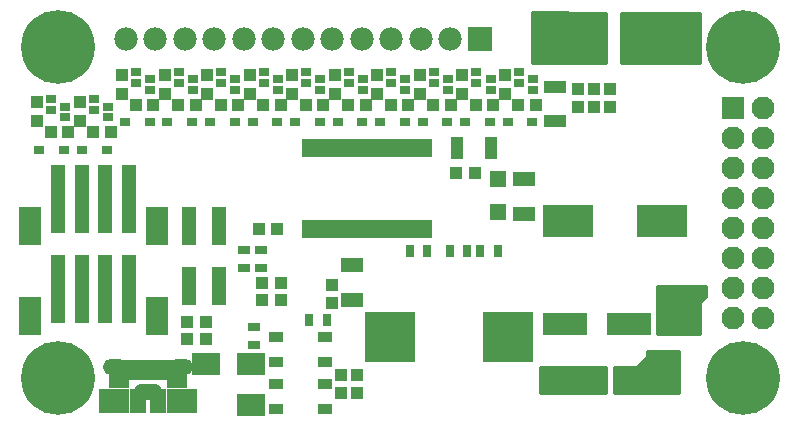
<source format=gts>
%TF.GenerationSoftware,KiCad,Pcbnew,4.0.7*%
%TF.CreationDate,2018-05-06T22:33:30+03:00*%
%TF.ProjectId,FlexiBMS,466C657869424D532E6B696361645F70,rev?*%
%TF.FileFunction,Soldermask,Top*%
%FSLAX46Y46*%
G04 Gerber Fmt 4.6, Leading zero omitted, Abs format (unit mm)*
G04 Created by KiCad (PCBNEW 4.0.7) date 05/06/18 22:33:30*
%MOMM*%
%LPD*%
G01*
G04 APERTURE LIST*
%ADD10C,0.100000*%
%ADD11C,6.240000*%
%ADD12R,1.990000X1.990000*%
%ADD13C,1.990000*%
%ADD14R,1.040000X0.990000*%
%ADD15R,0.990000X1.040000*%
%ADD16R,1.840000X1.240000*%
%ADD17R,4.240000X2.740000*%
%ADD18R,1.040000X1.040000*%
%ADD19R,0.840000X0.690000*%
%ADD20R,1.340000X1.340000*%
%ADD21R,0.690000X1.620000*%
%ADD22R,1.715000X2.340000*%
%ADD23R,2.615000X2.140000*%
%ADD24R,1.415000X2.140000*%
%ADD25R,1.140000X1.940000*%
%ADD26R,1.940000X1.140000*%
%ADD27R,2.340000X1.940000*%
%ADD28R,0.740000X1.140000*%
%ADD29R,1.140000X0.740000*%
%ADD30R,1.290000X0.890000*%
%ADD31R,4.240000X4.240000*%
%ADD32R,1.940000X1.940000*%
%ADD33O,1.940000X1.940000*%
%ADD34R,0.490000X1.490000*%
%ADD35R,1.240000X5.740000*%
%ADD36R,1.840000X3.240000*%
%ADD37R,0.840000X0.640000*%
%ADD38R,0.690000X1.740000*%
%ADD39O,2.040000X1.340000*%
%ADD40O,2.440000X1.340000*%
%ADD41R,3.740000X1.840000*%
%ADD42R,1.240000X3.240000*%
%ADD43C,0.254000*%
G04 APERTURE END LIST*
D10*
D11*
X201500000Y-81500000D03*
X201500000Y-53500000D03*
X143500000Y-81500000D03*
D12*
X179200000Y-52800000D03*
D13*
X176700000Y-52800000D03*
X174200000Y-52800000D03*
X171700000Y-52800000D03*
X169200000Y-52800000D03*
X166700000Y-52800000D03*
X164200000Y-52800000D03*
X161700000Y-52800000D03*
X159200000Y-52800000D03*
X156700000Y-52800000D03*
X154200000Y-52800000D03*
X151700000Y-52800000D03*
X149200000Y-52800000D03*
D14*
X160500000Y-68950000D03*
X162000000Y-68950000D03*
D15*
X160750000Y-73450000D03*
X160750000Y-74950000D03*
X162350000Y-73450000D03*
X162350000Y-74950000D03*
D14*
X182450000Y-58400000D03*
X183950000Y-58400000D03*
X178850000Y-58400000D03*
X180350000Y-58400000D03*
X175250000Y-58400000D03*
X176750000Y-58400000D03*
X171650000Y-58400000D03*
X173150000Y-58400000D03*
X168050000Y-58400000D03*
X169550000Y-58400000D03*
X164450000Y-58400000D03*
X165950000Y-58400000D03*
X160850000Y-58400000D03*
X162350000Y-58400000D03*
X157250000Y-58400000D03*
X158750000Y-58400000D03*
X153650000Y-58400000D03*
X155150000Y-58400000D03*
X150050000Y-58400000D03*
X151550000Y-58400000D03*
X146450000Y-60700000D03*
X147950000Y-60700000D03*
X142850000Y-60700000D03*
X144350000Y-60700000D03*
D16*
X182950000Y-64650000D03*
X182950000Y-67650000D03*
D15*
X187500000Y-57050000D03*
X187500000Y-58550000D03*
X190200000Y-58550000D03*
X190200000Y-57050000D03*
X188850000Y-58550000D03*
X188850000Y-57050000D03*
D16*
X168350000Y-71950000D03*
X168350000Y-74950000D03*
D15*
X167450000Y-82800000D03*
X167450000Y-81300000D03*
D17*
X186650000Y-68250000D03*
X194650000Y-68250000D03*
D15*
X168800000Y-81300000D03*
X168800000Y-82800000D03*
D18*
X154400000Y-78200000D03*
X156000000Y-78200000D03*
X177200000Y-64200000D03*
X178800000Y-64200000D03*
D19*
X183650000Y-59900000D03*
X181550000Y-59900000D03*
D18*
X181300000Y-55900000D03*
X181300000Y-57500000D03*
D19*
X180050000Y-59900000D03*
X177950000Y-59900000D03*
D18*
X177700000Y-55900000D03*
X177700000Y-57500000D03*
D19*
X176450000Y-59900000D03*
X174350000Y-59900000D03*
D18*
X174100000Y-55900000D03*
X174100000Y-57500000D03*
D19*
X172850000Y-59900000D03*
X170750000Y-59900000D03*
D18*
X170500000Y-55900000D03*
X170500000Y-57500000D03*
D19*
X169250000Y-59900000D03*
X167150000Y-59900000D03*
D18*
X166900000Y-55900000D03*
X166900000Y-57500000D03*
D19*
X165650000Y-59900000D03*
X163550000Y-59900000D03*
D18*
X163300000Y-55900000D03*
X163300000Y-57500000D03*
D19*
X162050000Y-59900000D03*
X159950000Y-59900000D03*
D18*
X159700000Y-55900000D03*
X159700000Y-57500000D03*
D19*
X158450000Y-59900000D03*
X156350000Y-59900000D03*
D18*
X156100000Y-55900000D03*
X156100000Y-57500000D03*
D19*
X154850000Y-59900000D03*
X152750000Y-59900000D03*
D18*
X152500000Y-55900000D03*
X152500000Y-57500000D03*
D19*
X151250000Y-59900000D03*
X149150000Y-59900000D03*
D18*
X148900000Y-55900000D03*
X148900000Y-57500000D03*
D19*
X147650000Y-62200000D03*
X145550000Y-62200000D03*
D18*
X145300000Y-58200000D03*
X145300000Y-59800000D03*
D19*
X144000000Y-62200000D03*
X141900000Y-62200000D03*
D18*
X141700000Y-58200000D03*
X141700000Y-59800000D03*
D20*
X180700000Y-64700000D03*
X180700000Y-67500000D03*
D21*
X149800000Y-80840000D03*
X150450000Y-80840000D03*
X151100000Y-80840000D03*
X151750000Y-80840000D03*
X152400000Y-80840000D03*
D22*
X148637500Y-81200000D03*
X153562500Y-81200000D03*
D23*
X148190000Y-83500000D03*
X154010000Y-83500000D03*
D24*
X150260000Y-83500000D03*
X151940000Y-83500000D03*
D25*
X180150000Y-62100000D03*
X177250000Y-62100000D03*
D26*
X185600000Y-59800000D03*
X185600000Y-56900000D03*
D27*
X159800000Y-80350000D03*
X156000000Y-80350000D03*
X159800000Y-83850000D03*
D28*
X166250000Y-76600000D03*
X164750000Y-76600000D03*
D29*
X160650000Y-72200000D03*
X160650000Y-70700000D03*
X159250000Y-72200000D03*
X159250000Y-70700000D03*
X160050000Y-78700000D03*
X160050000Y-77200000D03*
D28*
X178150000Y-70750000D03*
X176650000Y-70750000D03*
X174750000Y-70750000D03*
X173250000Y-70750000D03*
X180700000Y-70750000D03*
X179200000Y-70750000D03*
D30*
X166075000Y-84150000D03*
X161925000Y-84150000D03*
X166075000Y-82000000D03*
X161925000Y-82000000D03*
X161925000Y-78025000D03*
X166075000Y-78025000D03*
X161925000Y-80175000D03*
X166075000Y-80175000D03*
D31*
X181600000Y-78100000D03*
X171600000Y-78100000D03*
D18*
X154400000Y-76800000D03*
X156000000Y-76800000D03*
D32*
X200660000Y-58640000D03*
D33*
X203200000Y-58640000D03*
X200660000Y-61180000D03*
X203200000Y-61180000D03*
X200660000Y-63720000D03*
X203200000Y-63720000D03*
X200660000Y-66260000D03*
X203200000Y-66260000D03*
X200660000Y-68800000D03*
X203200000Y-68800000D03*
X200660000Y-71340000D03*
X203200000Y-71340000D03*
X200660000Y-73880000D03*
X203200000Y-73880000D03*
X200660000Y-76420000D03*
X203200000Y-76420000D03*
D34*
X174850000Y-68900000D03*
X174350000Y-68900000D03*
X173850000Y-68900000D03*
X173350000Y-68900000D03*
X172350000Y-68900000D03*
X171350000Y-68900000D03*
X172850000Y-68900000D03*
X171850000Y-68900000D03*
X169850000Y-68900000D03*
X168850000Y-68900000D03*
X167850000Y-68900000D03*
X167350000Y-68900000D03*
X170350000Y-68900000D03*
X169350000Y-68900000D03*
X170850000Y-68900000D03*
X168350000Y-68900000D03*
X165850000Y-68900000D03*
X164850000Y-68900000D03*
X166350000Y-68900000D03*
X165350000Y-68900000D03*
X166850000Y-68900000D03*
X164350000Y-68900000D03*
X174850000Y-62100000D03*
X174350000Y-62100000D03*
X173850000Y-62100000D03*
X173350000Y-62100000D03*
X172850000Y-62100000D03*
X172350000Y-62100000D03*
X171350000Y-62100000D03*
X170850000Y-62100000D03*
X171850000Y-62100000D03*
X170350000Y-62100000D03*
X169850000Y-62100000D03*
X168850000Y-62100000D03*
X169350000Y-62100000D03*
X168350000Y-62100000D03*
X167850000Y-62100000D03*
X166850000Y-62100000D03*
X167350000Y-62100000D03*
X166350000Y-62100000D03*
X165850000Y-62100000D03*
X164850000Y-62100000D03*
X165350000Y-62100000D03*
X164350000Y-62100000D03*
D35*
X149500000Y-66375000D03*
X147500000Y-66375000D03*
X145500000Y-66375000D03*
X143500000Y-66375000D03*
D36*
X151900000Y-68625000D03*
X141100000Y-68625000D03*
D35*
X149500000Y-74000000D03*
X147500000Y-74000000D03*
X145500000Y-74000000D03*
X143500000Y-74000000D03*
D36*
X151900000Y-76250000D03*
X141100000Y-76250000D03*
D37*
X183700000Y-56250000D03*
X183700000Y-57150000D03*
X182500000Y-55650000D03*
X182500000Y-56550000D03*
X180100000Y-56250000D03*
X180100000Y-57150000D03*
X178900000Y-55650000D03*
X178900000Y-56550000D03*
X176500000Y-56250000D03*
X176500000Y-57150000D03*
X175300000Y-55650000D03*
X175300000Y-56550000D03*
X172900000Y-56250000D03*
X172900000Y-57150000D03*
X171700000Y-55650000D03*
X171700000Y-56550000D03*
X169300000Y-56250000D03*
X169300000Y-57150000D03*
X168100000Y-55650000D03*
X168100000Y-56550000D03*
X165700000Y-56250000D03*
X165700000Y-57150000D03*
X164500000Y-55650000D03*
X164500000Y-56550000D03*
X162100000Y-56250000D03*
X162100000Y-57150000D03*
X160900000Y-55650000D03*
X160900000Y-56550000D03*
X158500000Y-56250000D03*
X158500000Y-57150000D03*
X157300000Y-55650000D03*
X157300000Y-56550000D03*
X154900000Y-56250000D03*
X154900000Y-57150000D03*
X153700000Y-55650000D03*
X153700000Y-56550000D03*
X151300000Y-56250000D03*
X151300000Y-57150000D03*
X150100000Y-55650000D03*
X150100000Y-56550000D03*
X147700000Y-58550000D03*
X147700000Y-59450000D03*
X146500000Y-57950000D03*
X146500000Y-58850000D03*
X144100000Y-58550000D03*
X144100000Y-59450000D03*
X142900000Y-57950000D03*
X142900000Y-58850000D03*
D38*
X151100000Y-80850000D03*
X151750000Y-80850000D03*
X150450000Y-80850000D03*
X152400000Y-80850000D03*
X149800000Y-80850000D03*
D39*
X148300000Y-80600000D03*
X153900000Y-80600000D03*
D40*
X151100000Y-82750000D03*
D11*
X143500000Y-53500000D03*
D41*
X186400000Y-77000000D03*
X191800000Y-77000000D03*
D42*
X157070000Y-73720000D03*
X157070000Y-68680000D03*
X154530000Y-73720000D03*
X154530000Y-68680000D03*
D15*
X166650000Y-75200000D03*
X166650000Y-73700000D03*
D43*
G36*
X189873000Y-50626034D02*
X189873000Y-54872027D01*
X183577000Y-54823966D01*
X183577000Y-50577973D01*
X189873000Y-50626034D01*
X189873000Y-50626034D01*
G37*
X189873000Y-50626034D02*
X189873000Y-54872027D01*
X183577000Y-54823966D01*
X183577000Y-50577973D01*
X189873000Y-50626034D01*
G36*
X197873000Y-54873000D02*
X191127000Y-54873000D01*
X191127000Y-50627000D01*
X197873000Y-50627000D01*
X197873000Y-54873000D01*
X197873000Y-54873000D01*
G37*
X197873000Y-54873000D02*
X191127000Y-54873000D01*
X191127000Y-50627000D01*
X197873000Y-50627000D01*
X197873000Y-54873000D01*
G36*
X189873000Y-82823000D02*
X184279619Y-82823000D01*
X184324435Y-80627000D01*
X189873000Y-80627000D01*
X189873000Y-82823000D01*
X189873000Y-82823000D01*
G37*
X189873000Y-82823000D02*
X184279619Y-82823000D01*
X184324435Y-80627000D01*
X189873000Y-80627000D01*
X189873000Y-82823000D01*
G36*
X196023000Y-82773000D02*
X190527000Y-82773000D01*
X190527000Y-80627000D01*
X192450000Y-80627000D01*
X192499410Y-80616994D01*
X192539803Y-80589803D01*
X193289803Y-79839803D01*
X193317666Y-79797789D01*
X193327000Y-79750000D01*
X193327000Y-79227000D01*
X196023000Y-79227000D01*
X196023000Y-82773000D01*
X196023000Y-82773000D01*
G37*
X196023000Y-82773000D02*
X190527000Y-82773000D01*
X190527000Y-80627000D01*
X192450000Y-80627000D01*
X192499410Y-80616994D01*
X192539803Y-80589803D01*
X193289803Y-79839803D01*
X193317666Y-79797789D01*
X193327000Y-79750000D01*
X193327000Y-79227000D01*
X196023000Y-79227000D01*
X196023000Y-82773000D01*
G36*
X198323000Y-74647394D02*
X197860197Y-75110197D01*
X197832334Y-75152211D01*
X197823000Y-75200000D01*
X197823000Y-77823000D01*
X194177000Y-77823000D01*
X194177000Y-73727000D01*
X198323000Y-73727000D01*
X198323000Y-74647394D01*
X198323000Y-74647394D01*
G37*
X198323000Y-74647394D02*
X197860197Y-75110197D01*
X197832334Y-75152211D01*
X197823000Y-75200000D01*
X197823000Y-77823000D01*
X194177000Y-77823000D01*
X194177000Y-73727000D01*
X198323000Y-73727000D01*
X198323000Y-74647394D01*
M02*

</source>
